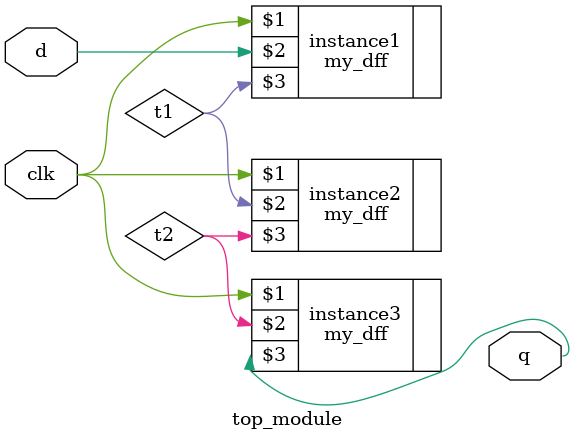
<source format=v>
module top_module ( input clk, input d, output q );
    wire t1, t2;
    my_dff instance1 (clk, d, t1);
    my_dff instance2 (clk, t1, t2);
    my_dff instance3 (clk, t2, q);
endmodule
</source>
